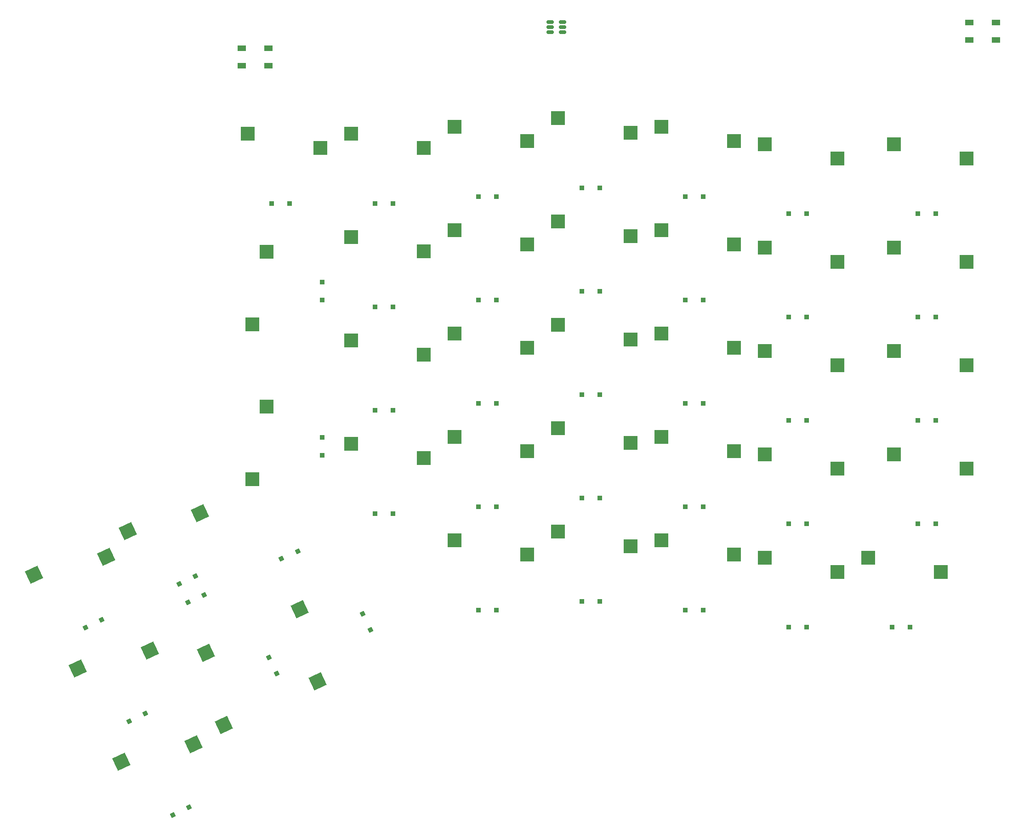
<source format=gbp>
%TF.GenerationSoftware,KiCad,Pcbnew,(6.0.7)*%
%TF.CreationDate,2022-12-29T21:07:00-06:00*%
%TF.ProjectId,ErgoDOX,4572676f-444f-4582-9e6b-696361645f70,rev?*%
%TF.SameCoordinates,Original*%
%TF.FileFunction,Paste,Bot*%
%TF.FilePolarity,Positive*%
%FSLAX46Y46*%
G04 Gerber Fmt 4.6, Leading zero omitted, Abs format (unit mm)*
G04 Created by KiCad (PCBNEW (6.0.7)) date 2022-12-29 21:07:00*
%MOMM*%
%LPD*%
G01*
G04 APERTURE LIST*
G04 Aperture macros list*
%AMRoundRect*
0 Rectangle with rounded corners*
0 $1 Rounding radius*
0 $2 $3 $4 $5 $6 $7 $8 $9 X,Y pos of 4 corners*
0 Add a 4 corners polygon primitive as box body*
4,1,4,$2,$3,$4,$5,$6,$7,$8,$9,$2,$3,0*
0 Add four circle primitives for the rounded corners*
1,1,$1+$1,$2,$3*
1,1,$1+$1,$4,$5*
1,1,$1+$1,$6,$7*
1,1,$1+$1,$8,$9*
0 Add four rect primitives between the rounded corners*
20,1,$1+$1,$2,$3,$4,$5,0*
20,1,$1+$1,$4,$5,$6,$7,0*
20,1,$1+$1,$6,$7,$8,$9,0*
20,1,$1+$1,$8,$9,$2,$3,0*%
%AMRotRect*
0 Rectangle, with rotation*
0 The origin of the aperture is its center*
0 $1 length*
0 $2 width*
0 $3 Rotation angle, in degrees counterclockwise*
0 Add horizontal line*
21,1,$1,$2,0,0,$3*%
G04 Aperture macros list end*
%ADD10R,2.550000X2.500000*%
%ADD11R,0.838200X0.838200*%
%ADD12R,2.500000X2.550000*%
%ADD13RotRect,2.550000X2.500000X115.000000*%
%ADD14RotRect,0.838200X0.838200X115.000000*%
%ADD15RotRect,2.550000X2.500000X25.000000*%
%ADD16RotRect,0.838200X0.838200X25.000000*%
%ADD17R,1.500000X1.000000*%
%ADD18RoundRect,0.150000X-0.512500X-0.150000X0.512500X-0.150000X0.512500X0.150000X-0.512500X0.150000X0*%
G04 APERTURE END LIST*
D10*
%TO.C,SW5:13*%
X198752500Y-64455200D03*
X185352500Y-61805200D03*
D11*
X193116200Y-74625200D03*
X189788800Y-74625200D03*
%TD*%
D10*
%TO.C,SW4:13*%
X198752500Y-83502660D03*
X185352500Y-80852660D03*
D11*
X193116200Y-93672660D03*
X189788800Y-93672660D03*
%TD*%
D10*
%TO.C,SW3:13*%
X198752500Y-102552660D03*
X185352500Y-99902660D03*
D11*
X193116200Y-112722660D03*
X189788800Y-112722660D03*
%TD*%
D10*
%TO.C,SW2:13*%
X198752500Y-121602660D03*
X185352500Y-118952660D03*
D11*
X193116200Y-131772660D03*
X189788800Y-131772660D03*
%TD*%
D10*
%TO.C,SW1:13*%
X193990000Y-140652660D03*
X180590000Y-138002660D03*
D11*
X185026300Y-150822660D03*
X188353700Y-150822660D03*
%TD*%
D10*
%TO.C,SW1:10*%
X136840000Y-135880000D03*
X123440000Y-133230000D03*
D11*
X131203700Y-146050000D03*
X127876300Y-146050000D03*
%TD*%
D10*
%TO.C,SW1:9*%
X117790000Y-137477660D03*
X104390000Y-134827660D03*
D11*
X108826300Y-147647660D03*
X112153700Y-147647660D03*
%TD*%
D10*
%TO.C,SW2:10*%
X136840000Y-116830000D03*
X123440000Y-114180000D03*
D11*
X131203700Y-127000000D03*
X127876300Y-127000000D03*
%TD*%
D10*
%TO.C,SW2:9*%
X117790000Y-118427660D03*
X104390000Y-115777660D03*
D11*
X108826300Y-128597660D03*
X112153700Y-128597660D03*
%TD*%
D12*
%TO.C,SW2:7*%
X69840000Y-110185160D03*
X67190000Y-123585160D03*
D11*
X80010000Y-115821460D03*
X80010000Y-119148860D03*
%TD*%
D10*
%TO.C,SW3:11*%
X155890000Y-99377660D03*
X142490000Y-96727660D03*
D11*
X146926300Y-109547660D03*
X150253700Y-109547660D03*
%TD*%
D10*
%TO.C,SW3:10*%
X136840000Y-97780000D03*
X123440000Y-95130000D03*
D11*
X127876300Y-107950000D03*
X131203700Y-107950000D03*
%TD*%
D10*
%TO.C,SW3:9*%
X117790000Y-99377660D03*
X104390000Y-96727660D03*
D11*
X112153700Y-109547660D03*
X108826300Y-109547660D03*
%TD*%
D10*
%TO.C,SW3:8*%
X98740000Y-100647660D03*
X85340000Y-97997660D03*
D11*
X93103700Y-110817660D03*
X89776300Y-110817660D03*
%TD*%
D10*
%TO.C,SW4:12*%
X174940000Y-83502660D03*
X161540000Y-80852660D03*
D11*
X165976300Y-93672660D03*
X169303700Y-93672660D03*
%TD*%
D10*
%TO.C,SW4:11*%
X155890000Y-80327660D03*
X142490000Y-77677660D03*
D11*
X150253700Y-90497660D03*
X146926300Y-90497660D03*
%TD*%
D10*
%TO.C,SW4:10*%
X136840000Y-78730000D03*
X123440000Y-76080000D03*
D11*
X131203700Y-88900000D03*
X127876300Y-88900000D03*
%TD*%
D10*
%TO.C,SW4:9*%
X117790000Y-80327660D03*
X104390000Y-77677660D03*
D11*
X112153700Y-90497660D03*
X108826300Y-90497660D03*
%TD*%
D10*
%TO.C,SW4:8*%
X98740000Y-81597660D03*
X85340000Y-78947660D03*
D11*
X93103700Y-91767660D03*
X89776300Y-91767660D03*
%TD*%
D12*
%TO.C,SW4:7*%
X69840000Y-81610160D03*
X67190000Y-95010160D03*
D11*
X80010000Y-90573860D03*
X80010000Y-87246460D03*
%TD*%
D13*
%TO.C,SW0:10*%
X75906662Y-147527110D03*
X79168031Y-160791572D03*
D14*
X87505815Y-148337305D03*
X88912035Y-151352953D03*
%TD*%
D15*
%TO.C,SW0:12*%
X56338370Y-172403802D03*
X43073908Y-175665171D03*
D16*
X55528175Y-184002955D03*
X52512527Y-185409175D03*
%TD*%
D13*
%TO.C,SW0:11*%
X58642282Y-155578910D03*
X61903651Y-168843372D03*
D14*
X71647655Y-159404753D03*
X70241435Y-156389105D03*
%TD*%
D15*
%TO.C,SW0:9*%
X48286570Y-155136882D03*
X35022108Y-158398251D03*
D16*
X47476375Y-166736035D03*
X44460727Y-168142255D03*
%TD*%
D15*
%TO.C,SW0:7*%
X40237310Y-137872502D03*
X26972848Y-141133871D03*
D16*
X36411467Y-150877875D03*
X39427115Y-149471655D03*
%TD*%
D10*
%TO.C,SW1:11*%
X155890000Y-137477660D03*
X142490000Y-134827660D03*
D11*
X146926300Y-147647660D03*
X150253700Y-147647660D03*
%TD*%
D15*
%TO.C,SW0:8*%
X57501690Y-129823242D03*
X44237228Y-133084611D03*
D16*
X56691495Y-141422395D03*
X53675847Y-142828615D03*
%TD*%
D10*
%TO.C,SW5:9*%
X117790000Y-61277660D03*
X104390000Y-58627660D03*
D11*
X108826300Y-71447660D03*
X112153700Y-71447660D03*
%TD*%
D10*
%TO.C,SW5:10*%
X136840000Y-59680000D03*
X123440000Y-57030000D03*
D11*
X131203700Y-69850000D03*
X127876300Y-69850000D03*
%TD*%
D10*
%TO.C,SW5:11*%
X155890000Y-61277660D03*
X142490000Y-58627660D03*
D11*
X146926300Y-71447660D03*
X150253700Y-71447660D03*
%TD*%
D10*
%TO.C,SW5:12*%
X174940000Y-64455200D03*
X161540000Y-61805200D03*
D11*
X169303700Y-74625200D03*
X165976300Y-74625200D03*
%TD*%
D10*
%TO.C,SW5:8*%
X98740000Y-62550200D03*
X85340000Y-59900200D03*
D11*
X89776300Y-72720200D03*
X93103700Y-72720200D03*
%TD*%
D10*
%TO.C,SW5:7*%
X79690000Y-62550200D03*
X66290000Y-59900200D03*
D11*
X74053700Y-72720200D03*
X70726300Y-72720200D03*
%TD*%
D10*
%TO.C,SW2:11*%
X155890000Y-118427660D03*
X142490000Y-115777660D03*
D11*
X150253700Y-128597660D03*
X146926300Y-128597660D03*
%TD*%
D10*
%TO.C,SW2:8*%
X98740000Y-119697660D03*
X85340000Y-117047660D03*
D11*
X93103700Y-129867660D03*
X89776300Y-129867660D03*
%TD*%
D10*
%TO.C,SW3:12*%
X174940000Y-102552660D03*
X161540000Y-99902660D03*
D11*
X169303700Y-112722660D03*
X165976300Y-112722660D03*
%TD*%
D10*
%TO.C,SW2:12*%
X174940000Y-121602660D03*
X161540000Y-118952660D03*
D11*
X169303700Y-131772660D03*
X165976300Y-131772660D03*
%TD*%
D10*
%TO.C,SW1:12*%
X174940000Y-140652660D03*
X161540000Y-138002660D03*
D11*
X165976300Y-150822660D03*
X169303700Y-150822660D03*
%TD*%
D16*
%TO.C,D1:8*%
X75566604Y-136822650D03*
X72550956Y-138228870D03*
%TD*%
%TO.C,D1:7*%
X58302224Y-144874450D03*
X55286576Y-146280670D03*
%TD*%
D17*
%TO.C,D3*%
X204126000Y-39421000D03*
X204126000Y-42621000D03*
X199226000Y-42621000D03*
X199226000Y-39421000D03*
%TD*%
D18*
%TO.C,U_ESD2*%
X122052500Y-41209000D03*
X122052500Y-40259000D03*
X122052500Y-39309000D03*
X124327500Y-39309000D03*
X124327500Y-40259000D03*
X124327500Y-41209000D03*
%TD*%
D17*
%TO.C,D1*%
X70141000Y-44120000D03*
X70141000Y-47320000D03*
X65241000Y-47320000D03*
X65241000Y-44120000D03*
%TD*%
M02*

</source>
